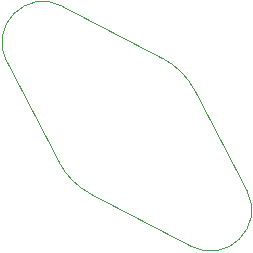
<source format=gm1>
%TF.GenerationSoftware,KiCad,Pcbnew,7.0.6-rc1-25-gf974c8259e*%
%TF.CreationDate,2023-06-21T18:20:28+02:00*%
%TF.ProjectId,RKJXM1015004_Straight,524b4a58-4d31-4303-9135-3030345f5374,rev?*%
%TF.SameCoordinates,Original*%
%TF.FileFunction,Profile,NP*%
%FSLAX46Y46*%
G04 Gerber Fmt 4.6, Leading zero omitted, Abs format (unit mm)*
G04 Created by KiCad (PCBNEW 7.0.6-rc1-25-gf974c8259e) date 2023-06-21 18:20:28*
%MOMM*%
%LPD*%
G01*
G04 APERTURE LIST*
%TA.AperFunction,Profile*%
%ADD10C,0.100000*%
%TD*%
G04 APERTURE END LIST*
D10*
X33201140Y-35505642D02*
G75*
G03*
X35958834Y-38263348I5766460J3008742D01*
G01*
X33511809Y-22325583D02*
G75*
G03*
X28790057Y-27047349I-1618409J-3103347D01*
G01*
X44727826Y-29494362D02*
G75*
G03*
X41970098Y-26736653I-5763326J-3005638D01*
G01*
X49138875Y-37952651D02*
X44727814Y-29494368D01*
X28790057Y-27047349D02*
X33201127Y-35505649D01*
X44417117Y-42674409D02*
X35958834Y-38263348D01*
X44417113Y-42674416D02*
G75*
G03*
X49138875Y-37952651I1618417J3103346D01*
G01*
X41970098Y-26736652D02*
X33511807Y-22325587D01*
M02*

</source>
